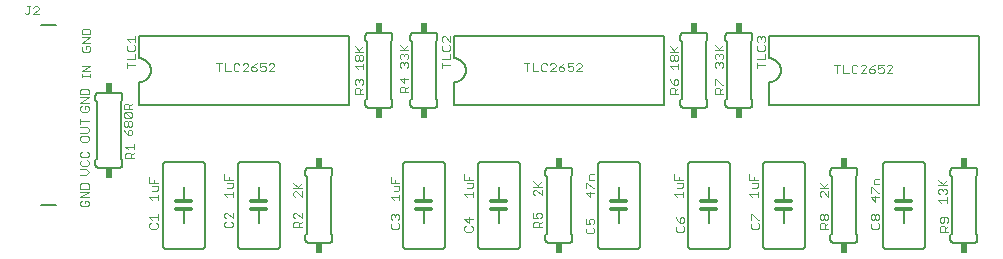
<source format=gto>
G75*
%MOMM*%
%OFA0B0*%
%FSLAX33Y33*%
%IPPOS*%
%LPD*%
%AMOC8*
5,1,8,0,0,1.08239X$1,22.5*
%
%ADD10C,0.102*%
%ADD11C,0.152*%
%ADD12C,0.305*%
%ADD13R,0.610X0.864*%
%ADD14C,0.203*%
D10*
X13855Y06009D02*
X13972Y05893D01*
X14438Y05893D01*
X14554Y06009D01*
X14554Y06242D01*
X14438Y06359D01*
X14554Y06629D02*
X14554Y07095D01*
X14554Y06862D02*
X13855Y06862D01*
X14088Y06629D01*
X13972Y06359D02*
X13855Y06242D01*
X13855Y06009D01*
X08712Y07914D02*
X08596Y07798D01*
X08130Y07798D01*
X08013Y07914D01*
X08013Y08147D01*
X08130Y08264D01*
X08363Y08264D02*
X08363Y08031D01*
X08363Y08264D02*
X08596Y08264D01*
X08712Y08147D01*
X08712Y07914D01*
X08712Y08534D02*
X08013Y08534D01*
X08712Y09000D01*
X08013Y09000D01*
X08013Y09271D02*
X08013Y09621D01*
X08130Y09737D01*
X08596Y09737D01*
X08712Y09621D01*
X08712Y09271D01*
X08013Y09271D01*
X08013Y10465D02*
X08479Y10465D01*
X08712Y10698D01*
X08479Y10931D01*
X08013Y10931D01*
X08130Y11201D02*
X08596Y11201D01*
X08712Y11318D01*
X08712Y11551D01*
X08596Y11667D01*
X08596Y11938D02*
X08712Y12055D01*
X08712Y12288D01*
X08596Y12404D01*
X08130Y12404D02*
X08013Y12288D01*
X08013Y12055D01*
X08130Y11938D01*
X08596Y11938D01*
X08130Y11667D02*
X08013Y11551D01*
X08013Y11318D01*
X08130Y11201D01*
X11823Y11862D02*
X11823Y12211D01*
X11940Y12328D01*
X12173Y12328D01*
X12289Y12211D01*
X12289Y11862D01*
X12289Y12095D02*
X12522Y12328D01*
X12522Y12598D02*
X12522Y13064D01*
X12522Y12831D02*
X11823Y12831D01*
X12056Y12598D01*
X11823Y11862D02*
X12522Y11862D01*
X08712Y13375D02*
X08596Y13259D01*
X08130Y13259D01*
X08013Y13375D01*
X08013Y13608D01*
X08130Y13725D01*
X08596Y13725D01*
X08712Y13608D01*
X08712Y13375D01*
X08596Y13995D02*
X08712Y14112D01*
X08712Y14345D01*
X08596Y14461D01*
X08013Y14461D01*
X08013Y14732D02*
X08013Y15198D01*
X08013Y14965D02*
X08712Y14965D01*
X08596Y15799D02*
X08712Y15915D01*
X08712Y16148D01*
X08596Y16265D01*
X08363Y16265D01*
X08363Y16032D01*
X08130Y15799D02*
X08596Y15799D01*
X08130Y15799D02*
X08013Y15915D01*
X08013Y16148D01*
X08130Y16265D01*
X08013Y16535D02*
X08712Y17001D01*
X08013Y17001D01*
X08013Y17272D02*
X08013Y17622D01*
X08130Y17738D01*
X08596Y17738D01*
X08712Y17622D01*
X08712Y17272D01*
X08013Y17272D01*
X08013Y16535D02*
X08712Y16535D01*
X11696Y16352D02*
X11696Y16002D01*
X12395Y16002D01*
X12162Y16002D02*
X12162Y16352D01*
X12046Y16468D01*
X11813Y16468D01*
X11696Y16352D01*
X12162Y16235D02*
X12395Y16468D01*
X12279Y15731D02*
X11813Y15731D01*
X12279Y15265D01*
X12395Y15382D01*
X12395Y15615D01*
X12279Y15731D01*
X12279Y15265D02*
X11813Y15265D01*
X11696Y15382D01*
X11696Y15615D01*
X11813Y15731D01*
X11813Y14995D02*
X11929Y14995D01*
X12046Y14878D01*
X12046Y14645D01*
X11929Y14529D01*
X11813Y14529D01*
X11696Y14645D01*
X11696Y14878D01*
X11813Y14995D01*
X12046Y14878D02*
X12162Y14995D01*
X12279Y14995D01*
X12395Y14878D01*
X12395Y14645D01*
X12279Y14529D01*
X12162Y14529D01*
X12046Y14645D01*
X12162Y14258D02*
X12046Y14142D01*
X12046Y13792D01*
X12279Y13792D01*
X12395Y13909D01*
X12395Y14142D01*
X12279Y14258D01*
X12162Y14258D01*
X11813Y14025D02*
X12046Y13792D01*
X11813Y14025D02*
X11696Y14258D01*
X08596Y13995D02*
X08013Y13995D01*
X13855Y10245D02*
X13855Y09779D01*
X14554Y09779D01*
X14554Y09508D02*
X14088Y09508D01*
X14205Y09779D02*
X14205Y10012D01*
X14554Y09508D02*
X14554Y09159D01*
X14438Y09042D01*
X14088Y09042D01*
X14554Y08772D02*
X14554Y08306D01*
X14554Y08539D02*
X13855Y08539D01*
X14088Y08306D01*
X20205Y08793D02*
X20438Y08560D01*
X20205Y08793D02*
X20904Y08793D01*
X20904Y08560D02*
X20904Y09026D01*
X20788Y09296D02*
X20904Y09413D01*
X20904Y09762D01*
X20438Y09762D01*
X20555Y10033D02*
X20555Y10266D01*
X20904Y10033D02*
X20205Y10033D01*
X20205Y10499D01*
X20438Y09296D02*
X20788Y09296D01*
X26047Y09322D02*
X26746Y09322D01*
X26513Y09322D02*
X26047Y09788D01*
X26397Y09438D02*
X26746Y09788D01*
X26746Y09051D02*
X26746Y08585D01*
X26280Y09051D01*
X26164Y09051D01*
X26047Y08935D01*
X26047Y08702D01*
X26164Y08585D01*
X26164Y07222D02*
X26047Y07106D01*
X26047Y06873D01*
X26164Y06756D01*
X26164Y06486D02*
X26397Y06486D01*
X26513Y06369D01*
X26513Y06020D01*
X26513Y06253D02*
X26746Y06486D01*
X26746Y06756D02*
X26280Y07222D01*
X26164Y07222D01*
X26746Y07222D02*
X26746Y06756D01*
X26164Y06486D02*
X26047Y06369D01*
X26047Y06020D01*
X26746Y06020D01*
X20904Y06136D02*
X20904Y06369D01*
X20788Y06486D01*
X20904Y06756D02*
X20438Y07222D01*
X20322Y07222D01*
X20205Y07106D01*
X20205Y06873D01*
X20322Y06756D01*
X20322Y06486D02*
X20205Y06369D01*
X20205Y06136D01*
X20322Y06020D01*
X20788Y06020D01*
X20904Y06136D01*
X20904Y06756D02*
X20904Y07222D01*
X34302Y06979D02*
X34302Y06746D01*
X34419Y06629D01*
X34419Y06359D02*
X34302Y06242D01*
X34302Y06009D01*
X34419Y05893D01*
X34885Y05893D01*
X35001Y06009D01*
X35001Y06242D01*
X34885Y06359D01*
X34885Y06629D02*
X35001Y06746D01*
X35001Y06979D01*
X34885Y07095D01*
X34768Y07095D01*
X34652Y06979D01*
X34652Y06862D01*
X34652Y06979D02*
X34535Y07095D01*
X34419Y07095D01*
X34302Y06979D01*
X34535Y08306D02*
X34302Y08539D01*
X35001Y08539D01*
X35001Y08306D02*
X35001Y08772D01*
X34885Y09042D02*
X34535Y09042D01*
X34885Y09042D02*
X35001Y09159D01*
X35001Y09508D01*
X34535Y09508D01*
X34652Y09779D02*
X34652Y10012D01*
X35001Y09779D02*
X34302Y09779D01*
X34302Y10245D01*
X40525Y10033D02*
X40525Y10499D01*
X40875Y10266D02*
X40875Y10033D01*
X40758Y09762D02*
X41224Y09762D01*
X41224Y09413D01*
X41108Y09296D01*
X40758Y09296D01*
X41224Y09026D02*
X41224Y08560D01*
X41224Y08793D02*
X40525Y08793D01*
X40758Y08560D01*
X40525Y10033D02*
X41224Y10033D01*
X46367Y09915D02*
X46833Y09449D01*
X46717Y09565D02*
X47066Y09915D01*
X47066Y09449D02*
X46367Y09449D01*
X46484Y09178D02*
X46367Y09062D01*
X46367Y08829D01*
X46484Y08712D01*
X46600Y09178D02*
X47066Y08712D01*
X47066Y09178D01*
X46600Y09178D02*
X46484Y09178D01*
X50812Y09296D02*
X50812Y09762D01*
X50929Y09762D01*
X51395Y09296D01*
X51511Y09296D01*
X51162Y09026D02*
X51162Y08560D01*
X50812Y08909D01*
X51511Y08909D01*
X51511Y10033D02*
X51045Y10033D01*
X51045Y10383D01*
X51162Y10499D01*
X51511Y10499D01*
X58305Y10499D02*
X58305Y10033D01*
X59004Y10033D01*
X59004Y09762D02*
X58538Y09762D01*
X58655Y10033D02*
X58655Y10266D01*
X59004Y09762D02*
X59004Y09413D01*
X58888Y09296D01*
X58538Y09296D01*
X59004Y09026D02*
X59004Y08560D01*
X59004Y08793D02*
X58305Y08793D01*
X58538Y08560D01*
X58432Y06841D02*
X58549Y06608D01*
X58782Y06375D01*
X58782Y06725D01*
X58898Y06841D01*
X59015Y06841D01*
X59131Y06725D01*
X59131Y06492D01*
X59015Y06375D01*
X58782Y06375D01*
X59015Y06105D02*
X59131Y05988D01*
X59131Y05755D01*
X59015Y05639D01*
X58549Y05639D01*
X58432Y05755D01*
X58432Y05988D01*
X58549Y06105D01*
X64782Y06009D02*
X64899Y05893D01*
X65365Y05893D01*
X65481Y06009D01*
X65481Y06242D01*
X65365Y06359D01*
X65365Y06629D02*
X65481Y06629D01*
X65365Y06629D02*
X64899Y07095D01*
X64782Y07095D01*
X64782Y06629D01*
X64899Y06359D02*
X64782Y06242D01*
X64782Y06009D01*
X70624Y05893D02*
X70624Y06242D01*
X70741Y06359D01*
X70974Y06359D01*
X71090Y06242D01*
X71090Y05893D01*
X71090Y06126D02*
X71323Y06359D01*
X71207Y06629D02*
X71090Y06629D01*
X70974Y06746D01*
X70974Y06979D01*
X71090Y07095D01*
X71207Y07095D01*
X71323Y06979D01*
X71323Y06746D01*
X71207Y06629D01*
X70974Y06746D02*
X70857Y06629D01*
X70741Y06629D01*
X70624Y06746D01*
X70624Y06979D01*
X70741Y07095D01*
X70857Y07095D01*
X70974Y06979D01*
X71323Y05893D02*
X70624Y05893D01*
X74942Y06009D02*
X75059Y05893D01*
X75525Y05893D01*
X75641Y06009D01*
X75641Y06242D01*
X75525Y06359D01*
X75525Y06629D02*
X75408Y06629D01*
X75292Y06746D01*
X75292Y06979D01*
X75408Y07095D01*
X75525Y07095D01*
X75641Y06979D01*
X75641Y06746D01*
X75525Y06629D01*
X75292Y06746D02*
X75175Y06629D01*
X75059Y06629D01*
X74942Y06746D01*
X74942Y06979D01*
X75059Y07095D01*
X75175Y07095D01*
X75292Y06979D01*
X75059Y06359D02*
X74942Y06242D01*
X74942Y06009D01*
X80784Y05988D02*
X80784Y05639D01*
X81483Y05639D01*
X81250Y05639D02*
X81250Y05988D01*
X81134Y06105D01*
X80901Y06105D01*
X80784Y05988D01*
X80901Y06375D02*
X81017Y06375D01*
X81134Y06492D01*
X81134Y06841D01*
X81367Y06841D02*
X80901Y06841D01*
X80784Y06725D01*
X80784Y06492D01*
X80901Y06375D01*
X81367Y06375D02*
X81483Y06492D01*
X81483Y06725D01*
X81367Y06841D01*
X81483Y06105D02*
X81250Y05872D01*
X81356Y08077D02*
X81356Y08543D01*
X81356Y08310D02*
X80657Y08310D01*
X80890Y08077D01*
X80774Y08814D02*
X80657Y08930D01*
X80657Y09163D01*
X80774Y09280D01*
X80890Y09280D01*
X81007Y09163D01*
X81123Y09280D01*
X81240Y09280D01*
X81356Y09163D01*
X81356Y08930D01*
X81240Y08814D01*
X81007Y09047D02*
X81007Y09163D01*
X81123Y09550D02*
X80657Y10016D01*
X81007Y09667D02*
X81356Y10016D01*
X81356Y09550D02*
X80657Y09550D01*
X75641Y09652D02*
X75175Y09652D01*
X75175Y10002D01*
X75292Y10118D01*
X75641Y10118D01*
X75059Y09381D02*
X75525Y08915D01*
X75641Y08915D01*
X75641Y08528D02*
X74942Y08528D01*
X75292Y08179D01*
X75292Y08645D01*
X74942Y08915D02*
X74942Y09381D01*
X75059Y09381D01*
X71323Y09322D02*
X70624Y09322D01*
X70741Y09051D02*
X70624Y08935D01*
X70624Y08702D01*
X70741Y08585D01*
X70857Y09051D02*
X71323Y08585D01*
X71323Y09051D01*
X71090Y09322D02*
X70624Y09788D01*
X70974Y09438D02*
X71323Y09788D01*
X70857Y09051D02*
X70741Y09051D01*
X65354Y09026D02*
X65354Y08560D01*
X65354Y08793D02*
X64655Y08793D01*
X64888Y08560D01*
X64888Y09296D02*
X65238Y09296D01*
X65354Y09413D01*
X65354Y09762D01*
X64888Y09762D01*
X65005Y10033D02*
X65005Y10266D01*
X65354Y10033D02*
X64655Y10033D01*
X64655Y10499D01*
X51511Y06598D02*
X51511Y06365D01*
X51395Y06248D01*
X51162Y06248D02*
X51045Y06481D01*
X51045Y06598D01*
X51162Y06714D01*
X51395Y06714D01*
X51511Y06598D01*
X51162Y06248D02*
X50812Y06248D01*
X50812Y06714D01*
X50929Y05978D02*
X50812Y05861D01*
X50812Y05628D01*
X50929Y05512D01*
X51395Y05512D01*
X51511Y05628D01*
X51511Y05861D01*
X51395Y05978D01*
X47066Y06020D02*
X46367Y06020D01*
X46367Y06369D01*
X46484Y06486D01*
X46717Y06486D01*
X46833Y06369D01*
X46833Y06020D01*
X46833Y06253D02*
X47066Y06486D01*
X46950Y06756D02*
X47066Y06873D01*
X47066Y07106D01*
X46950Y07222D01*
X46717Y07222D01*
X46600Y07106D01*
X46600Y06989D01*
X46717Y06756D01*
X46367Y06756D01*
X46367Y07222D01*
X41224Y06725D02*
X40525Y06725D01*
X40875Y06375D01*
X40875Y06841D01*
X41108Y06105D02*
X41224Y05988D01*
X41224Y05755D01*
X41108Y05639D01*
X40642Y05639D01*
X40525Y05755D01*
X40525Y05988D01*
X40642Y06105D01*
X31953Y17323D02*
X31254Y17323D01*
X31254Y17672D01*
X31371Y17789D01*
X31604Y17789D01*
X31720Y17672D01*
X31720Y17323D01*
X31720Y17556D02*
X31953Y17789D01*
X31837Y18059D02*
X31953Y18176D01*
X31953Y18409D01*
X31837Y18525D01*
X31720Y18525D01*
X31604Y18409D01*
X31604Y18292D01*
X31604Y18409D02*
X31487Y18525D01*
X31371Y18525D01*
X31254Y18409D01*
X31254Y18176D01*
X31371Y18059D01*
X31487Y19380D02*
X31254Y19613D01*
X31953Y19613D01*
X31953Y19380D02*
X31953Y19846D01*
X31837Y20117D02*
X31720Y20117D01*
X31604Y20233D01*
X31604Y20466D01*
X31720Y20583D01*
X31837Y20583D01*
X31953Y20466D01*
X31953Y20233D01*
X31837Y20117D01*
X31604Y20233D02*
X31487Y20117D01*
X31371Y20117D01*
X31254Y20233D01*
X31254Y20466D01*
X31371Y20583D01*
X31487Y20583D01*
X31604Y20466D01*
X31720Y20853D02*
X31254Y21319D01*
X31254Y20853D02*
X31953Y20853D01*
X31604Y20970D02*
X31953Y21319D01*
X35064Y21446D02*
X35530Y20980D01*
X35414Y21097D02*
X35763Y21446D01*
X35763Y20980D02*
X35064Y20980D01*
X35181Y20710D02*
X35297Y20710D01*
X35414Y20593D01*
X35530Y20710D01*
X35647Y20710D01*
X35763Y20593D01*
X35763Y20360D01*
X35647Y20244D01*
X35647Y19973D02*
X35763Y19857D01*
X35763Y19624D01*
X35647Y19507D01*
X35414Y19740D02*
X35414Y19857D01*
X35530Y19973D01*
X35647Y19973D01*
X35414Y19857D02*
X35297Y19973D01*
X35181Y19973D01*
X35064Y19857D01*
X35064Y19624D01*
X35181Y19507D01*
X35181Y20244D02*
X35064Y20360D01*
X35064Y20593D01*
X35181Y20710D01*
X35414Y20593D02*
X35414Y20477D01*
X38620Y20218D02*
X39319Y20218D01*
X39319Y20684D01*
X39203Y20955D02*
X38737Y20955D01*
X38620Y21072D01*
X38620Y21305D01*
X38737Y21421D01*
X38737Y21692D02*
X38620Y21808D01*
X38620Y22041D01*
X38737Y22158D01*
X38853Y22158D01*
X39319Y21692D01*
X39319Y22158D01*
X39203Y21421D02*
X39319Y21305D01*
X39319Y21072D01*
X39203Y20955D01*
X38620Y19948D02*
X38620Y19482D01*
X38620Y19715D02*
X39319Y19715D01*
X35763Y18536D02*
X35064Y18536D01*
X35414Y18186D01*
X35414Y18652D01*
X35414Y17916D02*
X35530Y17799D01*
X35530Y17450D01*
X35530Y17683D02*
X35763Y17916D01*
X35414Y17916D02*
X35181Y17916D01*
X35064Y17799D01*
X35064Y17450D01*
X35763Y17450D01*
X45567Y19889D02*
X46033Y19889D01*
X45800Y19889D02*
X45800Y19190D01*
X46304Y19190D02*
X46770Y19190D01*
X47041Y19306D02*
X47157Y19190D01*
X47390Y19190D01*
X47507Y19306D01*
X47777Y19190D02*
X48243Y19656D01*
X48243Y19772D01*
X48127Y19889D01*
X47894Y19889D01*
X47777Y19772D01*
X47507Y19772D02*
X47390Y19889D01*
X47157Y19889D01*
X47041Y19772D01*
X47041Y19306D01*
X47777Y19190D02*
X48243Y19190D01*
X48514Y19306D02*
X48630Y19190D01*
X48863Y19190D01*
X48980Y19306D01*
X48980Y19423D01*
X48863Y19539D01*
X48514Y19539D01*
X48514Y19306D01*
X48514Y19539D02*
X48747Y19772D01*
X48980Y19889D01*
X49251Y19889D02*
X49251Y19539D01*
X49484Y19656D01*
X49600Y19656D01*
X49717Y19539D01*
X49717Y19306D01*
X49600Y19190D01*
X49367Y19190D01*
X49251Y19306D01*
X49987Y19190D02*
X50453Y19656D01*
X50453Y19772D01*
X50337Y19889D01*
X50104Y19889D01*
X49987Y19772D01*
X49717Y19889D02*
X49251Y19889D01*
X49987Y19190D02*
X50453Y19190D01*
X46304Y19190D02*
X46304Y19889D01*
X57924Y19613D02*
X58157Y19380D01*
X57924Y19613D02*
X58623Y19613D01*
X58623Y19380D02*
X58623Y19846D01*
X58507Y20117D02*
X58390Y20117D01*
X58274Y20233D01*
X58274Y20466D01*
X58390Y20583D01*
X58507Y20583D01*
X58623Y20466D01*
X58623Y20233D01*
X58507Y20117D01*
X58274Y20233D02*
X58157Y20117D01*
X58041Y20117D01*
X57924Y20233D01*
X57924Y20466D01*
X58041Y20583D01*
X58157Y20583D01*
X58274Y20466D01*
X58390Y20853D02*
X57924Y21319D01*
X57924Y20853D02*
X58623Y20853D01*
X58274Y20970D02*
X58623Y21319D01*
X61734Y21446D02*
X62200Y20980D01*
X62084Y21097D02*
X62433Y21446D01*
X62433Y20980D02*
X61734Y20980D01*
X61851Y20710D02*
X61967Y20710D01*
X62084Y20593D01*
X62200Y20710D01*
X62317Y20710D01*
X62433Y20593D01*
X62433Y20360D01*
X62317Y20244D01*
X62317Y19973D02*
X62433Y19857D01*
X62433Y19624D01*
X62317Y19507D01*
X62084Y19740D02*
X62084Y19857D01*
X62200Y19973D01*
X62317Y19973D01*
X62084Y19857D02*
X61967Y19973D01*
X61851Y19973D01*
X61734Y19857D01*
X61734Y19624D01*
X61851Y19507D01*
X61851Y20244D02*
X61734Y20360D01*
X61734Y20593D01*
X61851Y20710D01*
X62084Y20593D02*
X62084Y20477D01*
X65290Y20218D02*
X65989Y20218D01*
X65989Y20684D01*
X65873Y20955D02*
X65989Y21072D01*
X65989Y21305D01*
X65873Y21421D01*
X65873Y21692D02*
X65989Y21808D01*
X65989Y22041D01*
X65873Y22158D01*
X65756Y22158D01*
X65640Y22041D01*
X65640Y21925D01*
X65640Y22041D02*
X65523Y22158D01*
X65407Y22158D01*
X65290Y22041D01*
X65290Y21808D01*
X65407Y21692D01*
X65407Y21421D02*
X65290Y21305D01*
X65290Y21072D01*
X65407Y20955D01*
X65873Y20955D01*
X65290Y19948D02*
X65290Y19482D01*
X65290Y19715D02*
X65989Y19715D01*
X62317Y18059D02*
X61851Y18525D01*
X61734Y18525D01*
X61734Y18059D01*
X61851Y17789D02*
X62084Y17789D01*
X62200Y17672D01*
X62200Y17323D01*
X62200Y17556D02*
X62433Y17789D01*
X62433Y18059D02*
X62317Y18059D01*
X61851Y17789D02*
X61734Y17672D01*
X61734Y17323D01*
X62433Y17323D01*
X58623Y17323D02*
X57924Y17323D01*
X57924Y17672D01*
X58041Y17789D01*
X58274Y17789D01*
X58390Y17672D01*
X58390Y17323D01*
X58390Y17556D02*
X58623Y17789D01*
X58507Y18059D02*
X58623Y18176D01*
X58623Y18409D01*
X58507Y18525D01*
X58390Y18525D01*
X58274Y18409D01*
X58274Y18059D01*
X58507Y18059D01*
X58274Y18059D02*
X58041Y18292D01*
X57924Y18525D01*
X71856Y19762D02*
X72322Y19762D01*
X72089Y19762D02*
X72089Y19063D01*
X72593Y19063D02*
X73059Y19063D01*
X73330Y19179D02*
X73446Y19063D01*
X73679Y19063D01*
X73796Y19179D01*
X74066Y19063D02*
X74532Y19529D01*
X74532Y19645D01*
X74416Y19762D01*
X74183Y19762D01*
X74066Y19645D01*
X73796Y19645D02*
X73679Y19762D01*
X73446Y19762D01*
X73330Y19645D01*
X73330Y19179D01*
X74066Y19063D02*
X74532Y19063D01*
X74803Y19179D02*
X74919Y19063D01*
X75152Y19063D01*
X75269Y19179D01*
X75269Y19296D01*
X75152Y19412D01*
X74803Y19412D01*
X74803Y19179D01*
X74803Y19412D02*
X75036Y19645D01*
X75269Y19762D01*
X75540Y19762D02*
X75540Y19412D01*
X75773Y19529D01*
X75889Y19529D01*
X76006Y19412D01*
X76006Y19179D01*
X75889Y19063D01*
X75656Y19063D01*
X75540Y19179D01*
X76276Y19063D02*
X76742Y19529D01*
X76742Y19645D01*
X76626Y19762D01*
X76393Y19762D01*
X76276Y19645D01*
X76006Y19762D02*
X75540Y19762D01*
X76276Y19063D02*
X76742Y19063D01*
X72593Y19063D02*
X72593Y19762D01*
X24418Y19656D02*
X24418Y19772D01*
X24302Y19889D01*
X24069Y19889D01*
X23952Y19772D01*
X23682Y19889D02*
X23216Y19889D01*
X23216Y19539D01*
X23449Y19656D01*
X23565Y19656D01*
X23682Y19539D01*
X23682Y19306D01*
X23565Y19190D01*
X23332Y19190D01*
X23216Y19306D01*
X22945Y19306D02*
X22945Y19423D01*
X22828Y19539D01*
X22479Y19539D01*
X22479Y19306D01*
X22595Y19190D01*
X22828Y19190D01*
X22945Y19306D01*
X22712Y19772D02*
X22479Y19539D01*
X22208Y19656D02*
X22208Y19772D01*
X22092Y19889D01*
X21859Y19889D01*
X21742Y19772D01*
X21472Y19772D02*
X21355Y19889D01*
X21122Y19889D01*
X21006Y19772D01*
X21006Y19306D01*
X21122Y19190D01*
X21355Y19190D01*
X21472Y19306D01*
X21742Y19190D02*
X22208Y19656D01*
X22208Y19190D02*
X21742Y19190D01*
X20735Y19190D02*
X20269Y19190D01*
X20269Y19889D01*
X19998Y19889D02*
X19532Y19889D01*
X19765Y19889D02*
X19765Y19190D01*
X22712Y19772D02*
X22945Y19889D01*
X23952Y19190D02*
X24418Y19656D01*
X24418Y19190D02*
X23952Y19190D01*
X12649Y19715D02*
X11950Y19715D01*
X11950Y19482D02*
X11950Y19948D01*
X11950Y20218D02*
X12649Y20218D01*
X12649Y20684D01*
X12533Y20955D02*
X12067Y20955D01*
X11950Y21072D01*
X11950Y21305D01*
X12067Y21421D01*
X12183Y21692D02*
X11950Y21925D01*
X12649Y21925D01*
X12649Y21692D02*
X12649Y22158D01*
X12533Y21421D02*
X12649Y21305D01*
X12649Y21072D01*
X12533Y20955D01*
X08839Y20995D02*
X08839Y21228D01*
X08723Y21345D01*
X08490Y21345D01*
X08490Y21112D01*
X08257Y20879D02*
X08723Y20879D01*
X08839Y20995D01*
X08257Y20879D02*
X08140Y20995D01*
X08140Y21228D01*
X08257Y21345D01*
X08140Y21615D02*
X08839Y22081D01*
X08140Y22081D01*
X08140Y22352D02*
X08140Y22702D01*
X08257Y22818D01*
X08723Y22818D01*
X08839Y22702D01*
X08839Y22352D01*
X08140Y22352D01*
X08140Y21615D02*
X08839Y21615D01*
X08839Y19677D02*
X08140Y19677D01*
X08140Y19211D02*
X08839Y19677D01*
X08839Y19211D02*
X08140Y19211D01*
X08140Y18953D02*
X08140Y18720D01*
X08140Y18836D02*
X08839Y18836D01*
X08839Y18720D02*
X08839Y18953D01*
X04479Y24016D02*
X04013Y24016D01*
X04479Y24482D01*
X04479Y24598D01*
X04363Y24715D01*
X04130Y24715D01*
X04013Y24598D01*
X03743Y24715D02*
X03510Y24715D01*
X03626Y24715D02*
X03626Y24132D01*
X03510Y24016D01*
X03393Y24016D01*
X03277Y24132D01*
D11*
X14986Y11303D02*
X14986Y04445D01*
X14988Y04414D01*
X14993Y04384D01*
X15003Y04355D01*
X15015Y04327D01*
X15031Y04301D01*
X15050Y04277D01*
X15072Y04255D01*
X15096Y04236D01*
X15122Y04220D01*
X15150Y04208D01*
X15179Y04198D01*
X15209Y04193D01*
X15240Y04191D01*
X18288Y04191D01*
X18319Y04193D01*
X18349Y04198D01*
X18378Y04208D01*
X18406Y04220D01*
X18432Y04236D01*
X18456Y04255D01*
X18478Y04277D01*
X18497Y04301D01*
X18513Y04327D01*
X18525Y04355D01*
X18535Y04384D01*
X18540Y04414D01*
X18542Y04445D01*
X18542Y11303D01*
X18540Y11334D01*
X18535Y11364D01*
X18525Y11393D01*
X18513Y11421D01*
X18497Y11447D01*
X18478Y11471D01*
X18456Y11493D01*
X18432Y11512D01*
X18406Y11528D01*
X18378Y11540D01*
X18349Y11550D01*
X18319Y11555D01*
X18288Y11557D01*
X15240Y11557D01*
X15209Y11555D01*
X15179Y11550D01*
X15150Y11540D01*
X15122Y11528D01*
X15096Y11512D01*
X15072Y11493D01*
X15050Y11471D01*
X15031Y11447D01*
X15015Y11421D01*
X15003Y11393D01*
X14993Y11364D01*
X14988Y11334D01*
X14986Y11303D01*
X11557Y11303D02*
X11557Y11684D01*
X11430Y11811D01*
X11430Y16637D01*
X11557Y16764D01*
X11557Y17145D01*
X11555Y17176D01*
X11550Y17206D01*
X11540Y17235D01*
X11528Y17263D01*
X11512Y17289D01*
X11493Y17313D01*
X11471Y17335D01*
X11447Y17354D01*
X11421Y17370D01*
X11393Y17382D01*
X11364Y17392D01*
X11334Y17397D01*
X11303Y17399D01*
X09525Y17399D01*
X09494Y17397D01*
X09464Y17392D01*
X09435Y17382D01*
X09407Y17370D01*
X09381Y17354D01*
X09357Y17335D01*
X09335Y17313D01*
X09316Y17289D01*
X09300Y17263D01*
X09288Y17235D01*
X09278Y17206D01*
X09273Y17176D01*
X09271Y17145D01*
X09271Y16764D01*
X09398Y16637D01*
X09398Y11811D01*
X09271Y11684D01*
X09271Y11303D01*
X09273Y11272D01*
X09278Y11242D01*
X09288Y11213D01*
X09300Y11185D01*
X09316Y11159D01*
X09335Y11135D01*
X09357Y11113D01*
X09381Y11094D01*
X09407Y11078D01*
X09435Y11066D01*
X09464Y11056D01*
X09494Y11051D01*
X09525Y11049D01*
X11303Y11049D01*
X11334Y11051D01*
X11364Y11056D01*
X11393Y11066D01*
X11421Y11078D01*
X11447Y11094D01*
X11471Y11113D01*
X11493Y11135D01*
X11512Y11159D01*
X11528Y11185D01*
X11540Y11213D01*
X11550Y11242D01*
X11555Y11272D01*
X11557Y11303D01*
X16764Y09398D02*
X16764Y08204D01*
X16764Y07569D02*
X16764Y06350D01*
X21336Y04445D02*
X21336Y11303D01*
X21338Y11334D01*
X21343Y11364D01*
X21353Y11393D01*
X21365Y11421D01*
X21381Y11447D01*
X21400Y11471D01*
X21422Y11493D01*
X21446Y11512D01*
X21472Y11528D01*
X21500Y11540D01*
X21529Y11550D01*
X21559Y11555D01*
X21590Y11557D01*
X24638Y11557D01*
X24669Y11555D01*
X24699Y11550D01*
X24728Y11540D01*
X24756Y11528D01*
X24782Y11512D01*
X24806Y11493D01*
X24828Y11471D01*
X24847Y11447D01*
X24863Y11421D01*
X24875Y11393D01*
X24885Y11364D01*
X24890Y11334D01*
X24892Y11303D01*
X24892Y04445D01*
X24890Y04414D01*
X24885Y04384D01*
X24875Y04355D01*
X24863Y04327D01*
X24847Y04301D01*
X24828Y04277D01*
X24806Y04255D01*
X24782Y04236D01*
X24756Y04220D01*
X24728Y04208D01*
X24699Y04198D01*
X24669Y04193D01*
X24638Y04191D01*
X21590Y04191D01*
X21559Y04193D01*
X21529Y04198D01*
X21500Y04208D01*
X21472Y04220D01*
X21446Y04236D01*
X21422Y04255D01*
X21400Y04277D01*
X21381Y04301D01*
X21365Y04327D01*
X21353Y04355D01*
X21343Y04384D01*
X21338Y04414D01*
X21336Y04445D01*
X23114Y06350D02*
X23114Y07569D01*
X23114Y08204D02*
X23114Y09398D01*
X27051Y10414D02*
X27051Y10795D01*
X27053Y10826D01*
X27058Y10856D01*
X27068Y10885D01*
X27080Y10913D01*
X27096Y10939D01*
X27115Y10963D01*
X27137Y10985D01*
X27161Y11004D01*
X27187Y11020D01*
X27215Y11032D01*
X27244Y11042D01*
X27274Y11047D01*
X27305Y11049D01*
X29083Y11049D01*
X29114Y11047D01*
X29144Y11042D01*
X29173Y11032D01*
X29201Y11020D01*
X29227Y11004D01*
X29251Y10985D01*
X29273Y10963D01*
X29292Y10939D01*
X29308Y10913D01*
X29320Y10885D01*
X29330Y10856D01*
X29335Y10826D01*
X29337Y10795D01*
X29337Y10414D01*
X29210Y10287D01*
X29210Y05461D01*
X29337Y05334D01*
X29337Y04953D01*
X29335Y04922D01*
X29330Y04892D01*
X29320Y04863D01*
X29308Y04835D01*
X29292Y04809D01*
X29273Y04785D01*
X29251Y04763D01*
X29227Y04744D01*
X29201Y04728D01*
X29173Y04716D01*
X29144Y04706D01*
X29114Y04701D01*
X29083Y04699D01*
X27305Y04699D01*
X27274Y04701D01*
X27244Y04706D01*
X27215Y04716D01*
X27187Y04728D01*
X27161Y04744D01*
X27137Y04763D01*
X27115Y04785D01*
X27096Y04809D01*
X27080Y04835D01*
X27068Y04863D01*
X27058Y04892D01*
X27053Y04922D01*
X27051Y04953D01*
X27051Y05334D01*
X27178Y05461D01*
X27178Y10287D01*
X27051Y10414D01*
X35306Y11303D02*
X35306Y04445D01*
X35308Y04414D01*
X35313Y04384D01*
X35323Y04355D01*
X35335Y04327D01*
X35351Y04301D01*
X35370Y04277D01*
X35392Y04255D01*
X35416Y04236D01*
X35442Y04220D01*
X35470Y04208D01*
X35499Y04198D01*
X35529Y04193D01*
X35560Y04191D01*
X38608Y04191D01*
X38639Y04193D01*
X38669Y04198D01*
X38698Y04208D01*
X38726Y04220D01*
X38752Y04236D01*
X38776Y04255D01*
X38798Y04277D01*
X38817Y04301D01*
X38833Y04327D01*
X38845Y04355D01*
X38855Y04384D01*
X38860Y04414D01*
X38862Y04445D01*
X38862Y11303D01*
X38860Y11334D01*
X38855Y11364D01*
X38845Y11393D01*
X38833Y11421D01*
X38817Y11447D01*
X38798Y11471D01*
X38776Y11493D01*
X38752Y11512D01*
X38726Y11528D01*
X38698Y11540D01*
X38669Y11550D01*
X38639Y11555D01*
X38608Y11557D01*
X35560Y11557D01*
X35529Y11555D01*
X35499Y11550D01*
X35470Y11540D01*
X35442Y11528D01*
X35416Y11512D01*
X35392Y11493D01*
X35370Y11471D01*
X35351Y11447D01*
X35335Y11421D01*
X35323Y11393D01*
X35313Y11364D01*
X35308Y11334D01*
X35306Y11303D01*
X37084Y09398D02*
X37084Y08204D01*
X37084Y07569D02*
X37084Y06350D01*
X41656Y04445D02*
X41656Y11303D01*
X41658Y11334D01*
X41663Y11364D01*
X41673Y11393D01*
X41685Y11421D01*
X41701Y11447D01*
X41720Y11471D01*
X41742Y11493D01*
X41766Y11512D01*
X41792Y11528D01*
X41820Y11540D01*
X41849Y11550D01*
X41879Y11555D01*
X41910Y11557D01*
X44958Y11557D01*
X44989Y11555D01*
X45019Y11550D01*
X45048Y11540D01*
X45076Y11528D01*
X45102Y11512D01*
X45126Y11493D01*
X45148Y11471D01*
X45167Y11447D01*
X45183Y11421D01*
X45195Y11393D01*
X45205Y11364D01*
X45210Y11334D01*
X45212Y11303D01*
X45212Y04445D01*
X45210Y04414D01*
X45205Y04384D01*
X45195Y04355D01*
X45183Y04327D01*
X45167Y04301D01*
X45148Y04277D01*
X45126Y04255D01*
X45102Y04236D01*
X45076Y04220D01*
X45048Y04208D01*
X45019Y04198D01*
X44989Y04193D01*
X44958Y04191D01*
X41910Y04191D01*
X41879Y04193D01*
X41849Y04198D01*
X41820Y04208D01*
X41792Y04220D01*
X41766Y04236D01*
X41742Y04255D01*
X41720Y04277D01*
X41701Y04301D01*
X41685Y04327D01*
X41673Y04355D01*
X41663Y04384D01*
X41658Y04414D01*
X41656Y04445D01*
X43434Y06350D02*
X43434Y07569D01*
X43434Y08204D02*
X43434Y09398D01*
X47371Y10414D02*
X47371Y10795D01*
X47373Y10826D01*
X47378Y10856D01*
X47388Y10885D01*
X47400Y10913D01*
X47416Y10939D01*
X47435Y10963D01*
X47457Y10985D01*
X47481Y11004D01*
X47507Y11020D01*
X47535Y11032D01*
X47564Y11042D01*
X47594Y11047D01*
X47625Y11049D01*
X49403Y11049D01*
X49434Y11047D01*
X49464Y11042D01*
X49493Y11032D01*
X49521Y11020D01*
X49547Y11004D01*
X49571Y10985D01*
X49593Y10963D01*
X49612Y10939D01*
X49628Y10913D01*
X49640Y10885D01*
X49650Y10856D01*
X49655Y10826D01*
X49657Y10795D01*
X49657Y10414D01*
X49530Y10287D01*
X49530Y05461D01*
X49657Y05334D01*
X49657Y04953D01*
X49655Y04922D01*
X49650Y04892D01*
X49640Y04863D01*
X49628Y04835D01*
X49612Y04809D01*
X49593Y04785D01*
X49571Y04763D01*
X49547Y04744D01*
X49521Y04728D01*
X49493Y04716D01*
X49464Y04706D01*
X49434Y04701D01*
X49403Y04699D01*
X47625Y04699D01*
X47594Y04701D01*
X47564Y04706D01*
X47535Y04716D01*
X47507Y04728D01*
X47481Y04744D01*
X47457Y04763D01*
X47435Y04785D01*
X47416Y04809D01*
X47400Y04835D01*
X47388Y04863D01*
X47378Y04892D01*
X47373Y04922D01*
X47371Y04953D01*
X47371Y05334D01*
X47498Y05461D01*
X47498Y10287D01*
X47371Y10414D01*
X51816Y11303D02*
X51816Y04445D01*
X51818Y04414D01*
X51823Y04384D01*
X51833Y04355D01*
X51845Y04327D01*
X51861Y04301D01*
X51880Y04277D01*
X51902Y04255D01*
X51926Y04236D01*
X51952Y04220D01*
X51980Y04208D01*
X52009Y04198D01*
X52039Y04193D01*
X52070Y04191D01*
X55118Y04191D01*
X55149Y04193D01*
X55179Y04198D01*
X55208Y04208D01*
X55236Y04220D01*
X55262Y04236D01*
X55286Y04255D01*
X55308Y04277D01*
X55327Y04301D01*
X55343Y04327D01*
X55355Y04355D01*
X55365Y04384D01*
X55370Y04414D01*
X55372Y04445D01*
X55372Y11303D01*
X55370Y11334D01*
X55365Y11364D01*
X55355Y11393D01*
X55343Y11421D01*
X55327Y11447D01*
X55308Y11471D01*
X55286Y11493D01*
X55262Y11512D01*
X55236Y11528D01*
X55208Y11540D01*
X55179Y11550D01*
X55149Y11555D01*
X55118Y11557D01*
X52070Y11557D01*
X52039Y11555D01*
X52009Y11550D01*
X51980Y11540D01*
X51952Y11528D01*
X51926Y11512D01*
X51902Y11493D01*
X51880Y11471D01*
X51861Y11447D01*
X51845Y11421D01*
X51833Y11393D01*
X51823Y11364D01*
X51818Y11334D01*
X51816Y11303D01*
X53594Y09398D02*
X53594Y08204D01*
X53594Y07569D02*
X53594Y06350D01*
X59436Y04445D02*
X59436Y11303D01*
X59438Y11334D01*
X59443Y11364D01*
X59453Y11393D01*
X59465Y11421D01*
X59481Y11447D01*
X59500Y11471D01*
X59522Y11493D01*
X59546Y11512D01*
X59572Y11528D01*
X59600Y11540D01*
X59629Y11550D01*
X59659Y11555D01*
X59690Y11557D01*
X62738Y11557D01*
X62769Y11555D01*
X62799Y11550D01*
X62828Y11540D01*
X62856Y11528D01*
X62882Y11512D01*
X62906Y11493D01*
X62928Y11471D01*
X62947Y11447D01*
X62963Y11421D01*
X62975Y11393D01*
X62985Y11364D01*
X62990Y11334D01*
X62992Y11303D01*
X62992Y04445D01*
X62990Y04414D01*
X62985Y04384D01*
X62975Y04355D01*
X62963Y04327D01*
X62947Y04301D01*
X62928Y04277D01*
X62906Y04255D01*
X62882Y04236D01*
X62856Y04220D01*
X62828Y04208D01*
X62799Y04198D01*
X62769Y04193D01*
X62738Y04191D01*
X59690Y04191D01*
X59659Y04193D01*
X59629Y04198D01*
X59600Y04208D01*
X59572Y04220D01*
X59546Y04236D01*
X59522Y04255D01*
X59500Y04277D01*
X59481Y04301D01*
X59465Y04327D01*
X59453Y04355D01*
X59443Y04384D01*
X59438Y04414D01*
X59436Y04445D01*
X61214Y06350D02*
X61214Y07569D01*
X61214Y08204D02*
X61214Y09398D01*
X65786Y11303D02*
X65786Y04445D01*
X65788Y04414D01*
X65793Y04384D01*
X65803Y04355D01*
X65815Y04327D01*
X65831Y04301D01*
X65850Y04277D01*
X65872Y04255D01*
X65896Y04236D01*
X65922Y04220D01*
X65950Y04208D01*
X65979Y04198D01*
X66009Y04193D01*
X66040Y04191D01*
X69088Y04191D01*
X69119Y04193D01*
X69149Y04198D01*
X69178Y04208D01*
X69206Y04220D01*
X69232Y04236D01*
X69256Y04255D01*
X69278Y04277D01*
X69297Y04301D01*
X69313Y04327D01*
X69325Y04355D01*
X69335Y04384D01*
X69340Y04414D01*
X69342Y04445D01*
X69342Y11303D01*
X69340Y11334D01*
X69335Y11364D01*
X69325Y11393D01*
X69313Y11421D01*
X69297Y11447D01*
X69278Y11471D01*
X69256Y11493D01*
X69232Y11512D01*
X69206Y11528D01*
X69178Y11540D01*
X69149Y11550D01*
X69119Y11555D01*
X69088Y11557D01*
X66040Y11557D01*
X66009Y11555D01*
X65979Y11550D01*
X65950Y11540D01*
X65922Y11528D01*
X65896Y11512D01*
X65872Y11493D01*
X65850Y11471D01*
X65831Y11447D01*
X65815Y11421D01*
X65803Y11393D01*
X65793Y11364D01*
X65788Y11334D01*
X65786Y11303D01*
X67564Y09398D02*
X67564Y08204D01*
X67564Y07569D02*
X67564Y06350D01*
X71501Y05334D02*
X71501Y04953D01*
X71503Y04922D01*
X71508Y04892D01*
X71518Y04863D01*
X71530Y04835D01*
X71546Y04809D01*
X71565Y04785D01*
X71587Y04763D01*
X71611Y04744D01*
X71637Y04728D01*
X71665Y04716D01*
X71694Y04706D01*
X71724Y04701D01*
X71755Y04699D01*
X73533Y04699D01*
X73564Y04701D01*
X73594Y04706D01*
X73623Y04716D01*
X73651Y04728D01*
X73677Y04744D01*
X73701Y04763D01*
X73723Y04785D01*
X73742Y04809D01*
X73758Y04835D01*
X73770Y04863D01*
X73780Y04892D01*
X73785Y04922D01*
X73787Y04953D01*
X73787Y05334D01*
X73660Y05461D01*
X73660Y10287D01*
X73787Y10414D01*
X73787Y10795D01*
X73785Y10826D01*
X73780Y10856D01*
X73770Y10885D01*
X73758Y10913D01*
X73742Y10939D01*
X73723Y10963D01*
X73701Y10985D01*
X73677Y11004D01*
X73651Y11020D01*
X73623Y11032D01*
X73594Y11042D01*
X73564Y11047D01*
X73533Y11049D01*
X71755Y11049D01*
X71724Y11047D01*
X71694Y11042D01*
X71665Y11032D01*
X71637Y11020D01*
X71611Y11004D01*
X71587Y10985D01*
X71565Y10963D01*
X71546Y10939D01*
X71530Y10913D01*
X71518Y10885D01*
X71508Y10856D01*
X71503Y10826D01*
X71501Y10795D01*
X71501Y10414D01*
X71628Y10287D01*
X71628Y05461D01*
X71501Y05334D01*
X75946Y04445D02*
X75946Y11303D01*
X75948Y11334D01*
X75953Y11364D01*
X75963Y11393D01*
X75975Y11421D01*
X75991Y11447D01*
X76010Y11471D01*
X76032Y11493D01*
X76056Y11512D01*
X76082Y11528D01*
X76110Y11540D01*
X76139Y11550D01*
X76169Y11555D01*
X76200Y11557D01*
X79248Y11557D01*
X79279Y11555D01*
X79309Y11550D01*
X79338Y11540D01*
X79366Y11528D01*
X79392Y11512D01*
X79416Y11493D01*
X79438Y11471D01*
X79457Y11447D01*
X79473Y11421D01*
X79485Y11393D01*
X79495Y11364D01*
X79500Y11334D01*
X79502Y11303D01*
X79502Y04445D01*
X79500Y04414D01*
X79495Y04384D01*
X79485Y04355D01*
X79473Y04327D01*
X79457Y04301D01*
X79438Y04277D01*
X79416Y04255D01*
X79392Y04236D01*
X79366Y04220D01*
X79338Y04208D01*
X79309Y04198D01*
X79279Y04193D01*
X79248Y04191D01*
X76200Y04191D01*
X76169Y04193D01*
X76139Y04198D01*
X76110Y04208D01*
X76082Y04220D01*
X76056Y04236D01*
X76032Y04255D01*
X76010Y04277D01*
X75991Y04301D01*
X75975Y04327D01*
X75963Y04355D01*
X75953Y04384D01*
X75948Y04414D01*
X75946Y04445D01*
X77724Y06350D02*
X77724Y07569D01*
X77724Y08204D02*
X77724Y09398D01*
X81661Y10414D02*
X81661Y10795D01*
X81663Y10826D01*
X81668Y10856D01*
X81678Y10885D01*
X81690Y10913D01*
X81706Y10939D01*
X81725Y10963D01*
X81747Y10985D01*
X81771Y11004D01*
X81797Y11020D01*
X81825Y11032D01*
X81854Y11042D01*
X81884Y11047D01*
X81915Y11049D01*
X83693Y11049D01*
X83724Y11047D01*
X83754Y11042D01*
X83783Y11032D01*
X83811Y11020D01*
X83837Y11004D01*
X83861Y10985D01*
X83883Y10963D01*
X83902Y10939D01*
X83918Y10913D01*
X83930Y10885D01*
X83940Y10856D01*
X83945Y10826D01*
X83947Y10795D01*
X83947Y10414D01*
X83820Y10287D01*
X83820Y05461D01*
X83947Y05334D01*
X83947Y04953D01*
X83945Y04922D01*
X83940Y04892D01*
X83930Y04863D01*
X83918Y04835D01*
X83902Y04809D01*
X83883Y04785D01*
X83861Y04763D01*
X83837Y04744D01*
X83811Y04728D01*
X83783Y04716D01*
X83754Y04706D01*
X83724Y04701D01*
X83693Y04699D01*
X81915Y04699D01*
X81884Y04701D01*
X81854Y04706D01*
X81825Y04716D01*
X81797Y04728D01*
X81771Y04744D01*
X81747Y04763D01*
X81725Y04785D01*
X81706Y04809D01*
X81690Y04835D01*
X81678Y04863D01*
X81668Y04892D01*
X81663Y04922D01*
X81661Y04953D01*
X81661Y05334D01*
X81788Y05461D01*
X81788Y10287D01*
X81661Y10414D01*
X64643Y16129D02*
X62865Y16129D01*
X62834Y16131D01*
X62804Y16136D01*
X62775Y16146D01*
X62747Y16158D01*
X62721Y16174D01*
X62697Y16193D01*
X62675Y16215D01*
X62656Y16239D01*
X62640Y16265D01*
X62628Y16293D01*
X62618Y16322D01*
X62613Y16352D01*
X62611Y16383D01*
X62611Y16764D01*
X62738Y16891D01*
X62738Y21717D01*
X62611Y21844D01*
X62611Y22225D01*
X62613Y22256D01*
X62618Y22286D01*
X62628Y22315D01*
X62640Y22343D01*
X62656Y22369D01*
X62675Y22393D01*
X62697Y22415D01*
X62721Y22434D01*
X62747Y22450D01*
X62775Y22462D01*
X62804Y22472D01*
X62834Y22477D01*
X62865Y22479D01*
X64643Y22479D01*
X64674Y22477D01*
X64704Y22472D01*
X64733Y22462D01*
X64761Y22450D01*
X64787Y22434D01*
X64811Y22415D01*
X64833Y22393D01*
X64852Y22369D01*
X64868Y22343D01*
X64880Y22315D01*
X64890Y22286D01*
X64895Y22256D01*
X64897Y22225D01*
X64897Y21844D01*
X64770Y21717D01*
X64770Y16891D01*
X64897Y16764D01*
X64897Y16383D01*
X64895Y16352D01*
X64890Y16322D01*
X64880Y16293D01*
X64868Y16265D01*
X64852Y16239D01*
X64833Y16215D01*
X64811Y16193D01*
X64787Y16174D01*
X64761Y16158D01*
X64733Y16146D01*
X64704Y16136D01*
X64674Y16131D01*
X64643Y16129D01*
X66294Y16383D02*
X66294Y18288D01*
X66357Y18290D01*
X66419Y18296D01*
X66481Y18305D01*
X66542Y18319D01*
X66602Y18336D01*
X66661Y18357D01*
X66719Y18381D01*
X66775Y18409D01*
X66829Y18440D01*
X66881Y18475D01*
X66931Y18512D01*
X66978Y18553D01*
X67023Y18597D01*
X67066Y18643D01*
X67105Y18692D01*
X67141Y18743D01*
X67174Y18796D01*
X67203Y18851D01*
X67230Y18908D01*
X67252Y18966D01*
X67271Y19026D01*
X67286Y19087D01*
X67298Y19148D01*
X67306Y19210D01*
X67310Y19273D01*
X67310Y19335D01*
X67306Y19398D01*
X67298Y19460D01*
X67286Y19521D01*
X67271Y19582D01*
X67252Y19642D01*
X67230Y19700D01*
X67203Y19757D01*
X67174Y19812D01*
X67141Y19865D01*
X67105Y19916D01*
X67066Y19965D01*
X67023Y20011D01*
X66978Y20055D01*
X66931Y20096D01*
X66881Y20133D01*
X66829Y20168D01*
X66775Y20199D01*
X66719Y20227D01*
X66661Y20251D01*
X66602Y20272D01*
X66542Y20289D01*
X66481Y20303D01*
X66419Y20312D01*
X66357Y20318D01*
X66294Y20320D01*
X66294Y22225D01*
X84074Y22225D01*
X84074Y16383D01*
X66294Y16383D01*
X61087Y16383D02*
X61087Y16764D01*
X60960Y16891D01*
X60960Y21717D01*
X61087Y21844D01*
X61087Y22225D01*
X61085Y22256D01*
X61080Y22286D01*
X61070Y22315D01*
X61058Y22343D01*
X61042Y22369D01*
X61023Y22393D01*
X61001Y22415D01*
X60977Y22434D01*
X60951Y22450D01*
X60923Y22462D01*
X60894Y22472D01*
X60864Y22477D01*
X60833Y22479D01*
X59055Y22479D01*
X59024Y22477D01*
X58994Y22472D01*
X58965Y22462D01*
X58937Y22450D01*
X58911Y22434D01*
X58887Y22415D01*
X58865Y22393D01*
X58846Y22369D01*
X58830Y22343D01*
X58818Y22315D01*
X58808Y22286D01*
X58803Y22256D01*
X58801Y22225D01*
X58801Y21844D01*
X58928Y21717D01*
X58928Y16891D01*
X58801Y16764D01*
X58801Y16383D01*
X58803Y16352D01*
X58808Y16322D01*
X58818Y16293D01*
X58830Y16265D01*
X58846Y16239D01*
X58865Y16215D01*
X58887Y16193D01*
X58911Y16174D01*
X58937Y16158D01*
X58965Y16146D01*
X58994Y16136D01*
X59024Y16131D01*
X59055Y16129D01*
X60833Y16129D01*
X60864Y16131D01*
X60894Y16136D01*
X60923Y16146D01*
X60951Y16158D01*
X60977Y16174D01*
X61001Y16193D01*
X61023Y16215D01*
X61042Y16239D01*
X61058Y16265D01*
X61070Y16293D01*
X61080Y16322D01*
X61085Y16352D01*
X61087Y16383D01*
X57404Y16383D02*
X57404Y22225D01*
X39624Y22225D01*
X39624Y20320D01*
X39687Y20318D01*
X39749Y20312D01*
X39811Y20303D01*
X39872Y20289D01*
X39932Y20272D01*
X39991Y20251D01*
X40049Y20227D01*
X40105Y20199D01*
X40159Y20168D01*
X40211Y20133D01*
X40261Y20096D01*
X40308Y20055D01*
X40353Y20011D01*
X40396Y19965D01*
X40435Y19916D01*
X40471Y19865D01*
X40504Y19812D01*
X40533Y19757D01*
X40560Y19700D01*
X40582Y19642D01*
X40601Y19582D01*
X40616Y19521D01*
X40628Y19460D01*
X40636Y19398D01*
X40640Y19335D01*
X40640Y19273D01*
X40636Y19210D01*
X40628Y19148D01*
X40616Y19087D01*
X40601Y19026D01*
X40582Y18966D01*
X40560Y18908D01*
X40533Y18851D01*
X40504Y18796D01*
X40471Y18743D01*
X40435Y18692D01*
X40396Y18643D01*
X40353Y18597D01*
X40308Y18553D01*
X40261Y18512D01*
X40211Y18475D01*
X40159Y18440D01*
X40105Y18409D01*
X40049Y18381D01*
X39991Y18357D01*
X39932Y18336D01*
X39872Y18319D01*
X39811Y18305D01*
X39749Y18296D01*
X39687Y18290D01*
X39624Y18288D01*
X39624Y16383D01*
X57404Y16383D01*
X38227Y16383D02*
X38227Y16764D01*
X38100Y16891D01*
X38100Y21717D01*
X38227Y21844D01*
X38227Y22225D01*
X38225Y22256D01*
X38220Y22286D01*
X38210Y22315D01*
X38198Y22343D01*
X38182Y22369D01*
X38163Y22393D01*
X38141Y22415D01*
X38117Y22434D01*
X38091Y22450D01*
X38063Y22462D01*
X38034Y22472D01*
X38004Y22477D01*
X37973Y22479D01*
X36195Y22479D01*
X36164Y22477D01*
X36134Y22472D01*
X36105Y22462D01*
X36077Y22450D01*
X36051Y22434D01*
X36027Y22415D01*
X36005Y22393D01*
X35986Y22369D01*
X35970Y22343D01*
X35958Y22315D01*
X35948Y22286D01*
X35943Y22256D01*
X35941Y22225D01*
X35941Y21844D01*
X36068Y21717D01*
X36068Y16891D01*
X35941Y16764D01*
X35941Y16383D01*
X35943Y16352D01*
X35948Y16322D01*
X35958Y16293D01*
X35970Y16265D01*
X35986Y16239D01*
X36005Y16215D01*
X36027Y16193D01*
X36051Y16174D01*
X36077Y16158D01*
X36105Y16146D01*
X36134Y16136D01*
X36164Y16131D01*
X36195Y16129D01*
X37973Y16129D01*
X38004Y16131D01*
X38034Y16136D01*
X38063Y16146D01*
X38091Y16158D01*
X38117Y16174D01*
X38141Y16193D01*
X38163Y16215D01*
X38182Y16239D01*
X38198Y16265D01*
X38210Y16293D01*
X38220Y16322D01*
X38225Y16352D01*
X38227Y16383D01*
X34417Y16383D02*
X34417Y16764D01*
X34290Y16891D01*
X34290Y21717D01*
X34417Y21844D01*
X34417Y22225D01*
X34415Y22256D01*
X34410Y22286D01*
X34400Y22315D01*
X34388Y22343D01*
X34372Y22369D01*
X34353Y22393D01*
X34331Y22415D01*
X34307Y22434D01*
X34281Y22450D01*
X34253Y22462D01*
X34224Y22472D01*
X34194Y22477D01*
X34163Y22479D01*
X32385Y22479D01*
X32354Y22477D01*
X32324Y22472D01*
X32295Y22462D01*
X32267Y22450D01*
X32241Y22434D01*
X32217Y22415D01*
X32195Y22393D01*
X32176Y22369D01*
X32160Y22343D01*
X32148Y22315D01*
X32138Y22286D01*
X32133Y22256D01*
X32131Y22225D01*
X32131Y21844D01*
X32258Y21717D01*
X32258Y16891D01*
X32131Y16764D01*
X32131Y16383D01*
X32133Y16352D01*
X32138Y16322D01*
X32148Y16293D01*
X32160Y16265D01*
X32176Y16239D01*
X32195Y16215D01*
X32217Y16193D01*
X32241Y16174D01*
X32267Y16158D01*
X32295Y16146D01*
X32324Y16136D01*
X32354Y16131D01*
X32385Y16129D01*
X34163Y16129D01*
X34194Y16131D01*
X34224Y16136D01*
X34253Y16146D01*
X34281Y16158D01*
X34307Y16174D01*
X34331Y16193D01*
X34353Y16215D01*
X34372Y16239D01*
X34388Y16265D01*
X34400Y16293D01*
X34410Y16322D01*
X34415Y16352D01*
X34417Y16383D01*
X30734Y16383D02*
X30734Y22225D01*
X12954Y22225D01*
X12954Y20320D01*
X13017Y20318D01*
X13079Y20312D01*
X13141Y20303D01*
X13202Y20289D01*
X13262Y20272D01*
X13321Y20251D01*
X13379Y20227D01*
X13435Y20199D01*
X13489Y20168D01*
X13541Y20133D01*
X13591Y20096D01*
X13638Y20055D01*
X13683Y20011D01*
X13726Y19965D01*
X13765Y19916D01*
X13801Y19865D01*
X13834Y19812D01*
X13863Y19757D01*
X13890Y19700D01*
X13912Y19642D01*
X13931Y19582D01*
X13946Y19521D01*
X13958Y19460D01*
X13966Y19398D01*
X13970Y19335D01*
X13970Y19273D01*
X13966Y19210D01*
X13958Y19148D01*
X13946Y19087D01*
X13931Y19026D01*
X13912Y18966D01*
X13890Y18908D01*
X13863Y18851D01*
X13834Y18796D01*
X13801Y18743D01*
X13765Y18692D01*
X13726Y18643D01*
X13683Y18597D01*
X13638Y18553D01*
X13591Y18512D01*
X13541Y18475D01*
X13489Y18440D01*
X13435Y18409D01*
X13379Y18381D01*
X13321Y18357D01*
X13262Y18336D01*
X13202Y18319D01*
X13141Y18305D01*
X13079Y18296D01*
X13017Y18290D01*
X12954Y18288D01*
X12954Y16383D01*
X30734Y16383D01*
D12*
X36449Y08204D02*
X37084Y08204D01*
X37719Y08204D01*
X37719Y07569D02*
X37084Y07569D01*
X36449Y07569D01*
X42799Y07569D02*
X43434Y07569D01*
X44069Y07569D01*
X44069Y08204D02*
X43434Y08204D01*
X42799Y08204D01*
X52959Y08204D02*
X53594Y08204D01*
X54229Y08204D01*
X54229Y07569D02*
X53594Y07569D01*
X52959Y07569D01*
X60579Y07569D02*
X61214Y07569D01*
X61849Y07569D01*
X61849Y08204D02*
X61214Y08204D01*
X60579Y08204D01*
X66929Y08204D02*
X67564Y08204D01*
X68199Y08204D01*
X68199Y07569D02*
X67564Y07569D01*
X66929Y07569D01*
X77089Y07569D02*
X77724Y07569D01*
X78359Y07569D01*
X78359Y08204D02*
X77724Y08204D01*
X77089Y08204D01*
X23749Y08204D02*
X23114Y08204D01*
X22479Y08204D01*
X22479Y07569D02*
X23114Y07569D01*
X23749Y07569D01*
X17399Y07569D02*
X16764Y07569D01*
X16129Y07569D01*
X16129Y08204D02*
X16764Y08204D01*
X17399Y08204D01*
D13*
X10414Y10617D03*
X28194Y11481D03*
X33274Y15697D03*
X37084Y15697D03*
X48514Y11481D03*
X59944Y15697D03*
X63754Y15697D03*
X72644Y11481D03*
X82804Y11481D03*
X82804Y04267D03*
X72644Y04267D03*
X48514Y04267D03*
X28194Y04267D03*
X10414Y17831D03*
X33274Y22911D03*
X37084Y22911D03*
X59944Y22911D03*
X63754Y22911D03*
D14*
X05969Y23114D02*
X04699Y23114D01*
X04699Y07874D02*
X05969Y07874D01*
M02*

</source>
